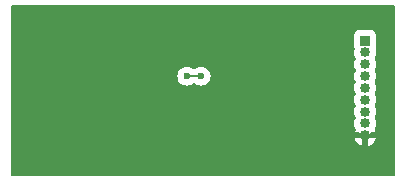
<source format=gbr>
%TF.GenerationSoftware,KiCad,Pcbnew,8.0.7*%
%TF.CreationDate,2025-01-01T23:02:30-05:00*%
%TF.ProjectId,PCB_Capstone_prototype_1_optical_S,5043425f-4361-4707-9374-6f6e655f7072,rev?*%
%TF.SameCoordinates,Original*%
%TF.FileFunction,Copper,L2,Bot*%
%TF.FilePolarity,Positive*%
%FSLAX46Y46*%
G04 Gerber Fmt 4.6, Leading zero omitted, Abs format (unit mm)*
G04 Created by KiCad (PCBNEW 8.0.7) date 2025-01-01 23:02:30*
%MOMM*%
%LPD*%
G01*
G04 APERTURE LIST*
%TA.AperFunction,ComponentPad*%
%ADD10R,0.850000X0.850000*%
%TD*%
%TA.AperFunction,ComponentPad*%
%ADD11O,0.850000X0.850000*%
%TD*%
%TA.AperFunction,ViaPad*%
%ADD12C,0.600000*%
%TD*%
%TA.AperFunction,Conductor*%
%ADD13C,0.200000*%
%TD*%
G04 APERTURE END LIST*
D10*
%TO.P,J1,1,Pin_1*%
%TO.N,Net-(J1-Pin_1)*%
X115000000Y-52000000D03*
D11*
%TO.P,J1,2,Pin_2*%
X115000000Y-53000000D03*
%TO.P,J1,3,Pin_3*%
%TO.N,Net-(J1-Pin_3)*%
X115000000Y-54000000D03*
%TO.P,J1,4,Pin_4*%
%TO.N,Net-(J1-Pin_4)*%
X115000000Y-55000000D03*
%TO.P,J1,5,Pin_5*%
%TO.N,Net-(J1-Pin_5)*%
X115000000Y-56000000D03*
%TO.P,J1,6,Pin_6*%
%TO.N,Net-(J1-Pin_6)*%
X115000000Y-57000000D03*
%TO.P,J1,7,Pin_7*%
%TO.N,Net-(J1-Pin_7)*%
X115000000Y-58000000D03*
%TO.P,J1,8,Pin_8*%
%TO.N,Net-(J1-Pin_8)*%
X115000000Y-59000000D03*
%TO.P,J1,9,Pin_9*%
%TO.N,GND*%
X115000000Y-60000000D03*
%TD*%
D12*
%TO.N,GND*%
X95500000Y-55000000D03*
X98500000Y-56000000D03*
X112900000Y-60400000D03*
X102500000Y-59500000D03*
X104500000Y-56500000D03*
X90049999Y-55450001D03*
X88000000Y-58000000D03*
X96500000Y-60000000D03*
X100500000Y-60500000D03*
%TO.N,Net-(U1-VDDA)*%
X99900000Y-55000000D03*
X101100000Y-55000000D03*
%TD*%
D13*
%TO.N,Net-(U1-VDDA)*%
X101100000Y-55000000D02*
X99900000Y-55000000D01*
%TD*%
%TA.AperFunction,Conductor*%
%TO.N,GND*%
G36*
X117443039Y-49019685D02*
G01*
X117488794Y-49072489D01*
X117500000Y-49124000D01*
X117500000Y-63376000D01*
X117480315Y-63443039D01*
X117427511Y-63488794D01*
X117376000Y-63500000D01*
X85124000Y-63500000D01*
X85056961Y-63480315D01*
X85011206Y-63427511D01*
X85000000Y-63376000D01*
X85000000Y-60250000D01*
X114108628Y-60250000D01*
X114150316Y-60378306D01*
X114150317Y-60378307D01*
X114247536Y-60546694D01*
X114247535Y-60546694D01*
X114377639Y-60691190D01*
X114377642Y-60691192D01*
X114534950Y-60805484D01*
X114712587Y-60884573D01*
X114749999Y-60892524D01*
X114750000Y-60892524D01*
X115250000Y-60892524D01*
X115287412Y-60884573D01*
X115465049Y-60805484D01*
X115622357Y-60691192D01*
X115622360Y-60691190D01*
X115752463Y-60546694D01*
X115849682Y-60378307D01*
X115849683Y-60378306D01*
X115891372Y-60250000D01*
X115250000Y-60250000D01*
X115250000Y-60892524D01*
X114750000Y-60892524D01*
X114750000Y-60250000D01*
X114108628Y-60250000D01*
X85000000Y-60250000D01*
X85000000Y-54999996D01*
X99094435Y-54999996D01*
X99094435Y-55000003D01*
X99114630Y-55179249D01*
X99114631Y-55179254D01*
X99174211Y-55349523D01*
X99192424Y-55378508D01*
X99270184Y-55502262D01*
X99397738Y-55629816D01*
X99550478Y-55725789D01*
X99720745Y-55785368D01*
X99720750Y-55785369D01*
X99899996Y-55805565D01*
X99900000Y-55805565D01*
X99900004Y-55805565D01*
X100079249Y-55785369D01*
X100079252Y-55785368D01*
X100079255Y-55785368D01*
X100249522Y-55725789D01*
X100402262Y-55629816D01*
X100402267Y-55629810D01*
X100405097Y-55627555D01*
X100407275Y-55626665D01*
X100408158Y-55626111D01*
X100408255Y-55626265D01*
X100469783Y-55601145D01*
X100482412Y-55600500D01*
X100517588Y-55600500D01*
X100584627Y-55620185D01*
X100594903Y-55627555D01*
X100597736Y-55629814D01*
X100597738Y-55629816D01*
X100750478Y-55725789D01*
X100920745Y-55785368D01*
X100920750Y-55785369D01*
X101099996Y-55805565D01*
X101100000Y-55805565D01*
X101100004Y-55805565D01*
X101279249Y-55785369D01*
X101279252Y-55785368D01*
X101279255Y-55785368D01*
X101449522Y-55725789D01*
X101602262Y-55629816D01*
X101729816Y-55502262D01*
X101825789Y-55349522D01*
X101885368Y-55179255D01*
X101905565Y-55000000D01*
X101885368Y-54820745D01*
X101825789Y-54650478D01*
X101729816Y-54497738D01*
X101602262Y-54370184D01*
X101449523Y-54274211D01*
X101279254Y-54214631D01*
X101279249Y-54214630D01*
X101100004Y-54194435D01*
X101099996Y-54194435D01*
X100920750Y-54214630D01*
X100920745Y-54214631D01*
X100750476Y-54274211D01*
X100597736Y-54370185D01*
X100594903Y-54372445D01*
X100592724Y-54373334D01*
X100591842Y-54373889D01*
X100591744Y-54373734D01*
X100530217Y-54398855D01*
X100517588Y-54399500D01*
X100482412Y-54399500D01*
X100415373Y-54379815D01*
X100405097Y-54372445D01*
X100402263Y-54370185D01*
X100402262Y-54370184D01*
X100345496Y-54334515D01*
X100249523Y-54274211D01*
X100079254Y-54214631D01*
X100079249Y-54214630D01*
X99900004Y-54194435D01*
X99899996Y-54194435D01*
X99720750Y-54214630D01*
X99720745Y-54214631D01*
X99550476Y-54274211D01*
X99397737Y-54370184D01*
X99270184Y-54497737D01*
X99174211Y-54650476D01*
X99114631Y-54820745D01*
X99114630Y-54820750D01*
X99094435Y-54999996D01*
X85000000Y-54999996D01*
X85000000Y-53000000D01*
X114069402Y-53000000D01*
X114089738Y-53193483D01*
X114149856Y-53378510D01*
X114149857Y-53378511D01*
X114184203Y-53438000D01*
X114200676Y-53505900D01*
X114184203Y-53562000D01*
X114149857Y-53621488D01*
X114149856Y-53621489D01*
X114089738Y-53806516D01*
X114069402Y-54000000D01*
X114089738Y-54193483D01*
X114149856Y-54378510D01*
X114149857Y-54378511D01*
X114184203Y-54438000D01*
X114200676Y-54505900D01*
X114184203Y-54562000D01*
X114149857Y-54621488D01*
X114149856Y-54621489D01*
X114089738Y-54806516D01*
X114069402Y-55000000D01*
X114089738Y-55193483D01*
X114149856Y-55378510D01*
X114149857Y-55378511D01*
X114184203Y-55438000D01*
X114200676Y-55505900D01*
X114184203Y-55562000D01*
X114149857Y-55621488D01*
X114149856Y-55621489D01*
X114089738Y-55806516D01*
X114069402Y-56000000D01*
X114089738Y-56193483D01*
X114149856Y-56378510D01*
X114149857Y-56378511D01*
X114184203Y-56438000D01*
X114200676Y-56505900D01*
X114184203Y-56562000D01*
X114149857Y-56621488D01*
X114149856Y-56621489D01*
X114089738Y-56806516D01*
X114069402Y-57000000D01*
X114089738Y-57193483D01*
X114149856Y-57378510D01*
X114149857Y-57378511D01*
X114184203Y-57438000D01*
X114200676Y-57505900D01*
X114184203Y-57562000D01*
X114149857Y-57621488D01*
X114149856Y-57621489D01*
X114089738Y-57806516D01*
X114069402Y-58000000D01*
X114089738Y-58193483D01*
X114149856Y-58378510D01*
X114149857Y-58378511D01*
X114184203Y-58438000D01*
X114200676Y-58505900D01*
X114184203Y-58562000D01*
X114149857Y-58621488D01*
X114149856Y-58621489D01*
X114089738Y-58806516D01*
X114069402Y-59000000D01*
X114089738Y-59193483D01*
X114149856Y-59378510D01*
X114149857Y-59378511D01*
X114184492Y-59438500D01*
X114200965Y-59506400D01*
X114184492Y-59562500D01*
X114150317Y-59621692D01*
X114150316Y-59621693D01*
X114108628Y-59749999D01*
X114108628Y-59750000D01*
X114417441Y-59750000D01*
X114484480Y-59769685D01*
X114490327Y-59773682D01*
X114534702Y-59805923D01*
X114602926Y-59836297D01*
X114712429Y-59885051D01*
X114771788Y-59897668D01*
X114750000Y-59950272D01*
X114750000Y-60049728D01*
X114788060Y-60141614D01*
X114858386Y-60211940D01*
X114950272Y-60250000D01*
X115049728Y-60250000D01*
X115141614Y-60211940D01*
X115211940Y-60141614D01*
X115250000Y-60049728D01*
X115250000Y-59950272D01*
X115228211Y-59897668D01*
X115287571Y-59885051D01*
X115465299Y-59805922D01*
X115509673Y-59773681D01*
X115575480Y-59750202D01*
X115582559Y-59750000D01*
X115891372Y-59750000D01*
X115891371Y-59749999D01*
X115849684Y-59621697D01*
X115815507Y-59562500D01*
X115799034Y-59494600D01*
X115815506Y-59438502D01*
X115850144Y-59378508D01*
X115910262Y-59193482D01*
X115930598Y-59000000D01*
X115910262Y-58806518D01*
X115850144Y-58621492D01*
X115815795Y-58561999D01*
X115799322Y-58494101D01*
X115815796Y-58438000D01*
X115850144Y-58378508D01*
X115910262Y-58193482D01*
X115930598Y-58000000D01*
X115910262Y-57806518D01*
X115850144Y-57621492D01*
X115815795Y-57561999D01*
X115799322Y-57494101D01*
X115815796Y-57438000D01*
X115850144Y-57378508D01*
X115910262Y-57193482D01*
X115930598Y-57000000D01*
X115910262Y-56806518D01*
X115850144Y-56621492D01*
X115815795Y-56561999D01*
X115799322Y-56494101D01*
X115815796Y-56438000D01*
X115850144Y-56378508D01*
X115910262Y-56193482D01*
X115930598Y-56000000D01*
X115910262Y-55806518D01*
X115850144Y-55621492D01*
X115815795Y-55561999D01*
X115799322Y-55494101D01*
X115815796Y-55438000D01*
X115850144Y-55378508D01*
X115910262Y-55193482D01*
X115930598Y-55000000D01*
X115910262Y-54806518D01*
X115850144Y-54621492D01*
X115815795Y-54561999D01*
X115799322Y-54494101D01*
X115815796Y-54438000D01*
X115850144Y-54378508D01*
X115910262Y-54193482D01*
X115930598Y-54000000D01*
X115910262Y-53806518D01*
X115850144Y-53621492D01*
X115815795Y-53561999D01*
X115799322Y-53494101D01*
X115815796Y-53438000D01*
X115850144Y-53378508D01*
X115910262Y-53193482D01*
X115930598Y-53000000D01*
X115910262Y-52806518D01*
X115880150Y-52713844D01*
X115878156Y-52644006D01*
X115881895Y-52632210D01*
X115919091Y-52532483D01*
X115925500Y-52472873D01*
X115925499Y-51527128D01*
X115919091Y-51467517D01*
X115868796Y-51332669D01*
X115868795Y-51332668D01*
X115868793Y-51332664D01*
X115782547Y-51217455D01*
X115782544Y-51217452D01*
X115667335Y-51131206D01*
X115667328Y-51131202D01*
X115532482Y-51080908D01*
X115532483Y-51080908D01*
X115472883Y-51074501D01*
X115472881Y-51074500D01*
X115472873Y-51074500D01*
X115472864Y-51074500D01*
X114527129Y-51074500D01*
X114527123Y-51074501D01*
X114467516Y-51080908D01*
X114332671Y-51131202D01*
X114332664Y-51131206D01*
X114217455Y-51217452D01*
X114217452Y-51217455D01*
X114131206Y-51332664D01*
X114131202Y-51332671D01*
X114080908Y-51467517D01*
X114074501Y-51527116D01*
X114074501Y-51527123D01*
X114074500Y-51527135D01*
X114074500Y-52472870D01*
X114074501Y-52472876D01*
X114080908Y-52532483D01*
X114118099Y-52632195D01*
X114123083Y-52701887D01*
X114119848Y-52713845D01*
X114089740Y-52806511D01*
X114089738Y-52806516D01*
X114069402Y-53000000D01*
X85000000Y-53000000D01*
X85000000Y-49124000D01*
X85019685Y-49056961D01*
X85072489Y-49011206D01*
X85124000Y-49000000D01*
X117376000Y-49000000D01*
X117443039Y-49019685D01*
G37*
%TD.AperFunction*%
%TD*%
M02*

</source>
